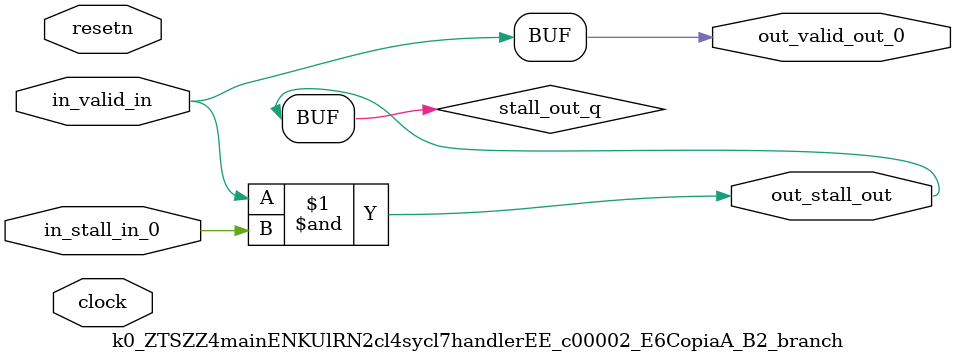
<source format=sv>



(* altera_attribute = "-name AUTO_SHIFT_REGISTER_RECOGNITION OFF; -name MESSAGE_DISABLE 10036; -name MESSAGE_DISABLE 10037; -name MESSAGE_DISABLE 14130; -name MESSAGE_DISABLE 14320; -name MESSAGE_DISABLE 15400; -name MESSAGE_DISABLE 14130; -name MESSAGE_DISABLE 10036; -name MESSAGE_DISABLE 12020; -name MESSAGE_DISABLE 12030; -name MESSAGE_DISABLE 12010; -name MESSAGE_DISABLE 12110; -name MESSAGE_DISABLE 14320; -name MESSAGE_DISABLE 13410; -name MESSAGE_DISABLE 113007; -name MESSAGE_DISABLE 10958" *)
module k0_ZTSZZ4mainENKUlRN2cl4sycl7handlerEE_c00002_E6CopiaA_B2_branch (
    input wire [0:0] in_stall_in_0,
    input wire [0:0] in_valid_in,
    output wire [0:0] out_stall_out,
    output wire [0:0] out_valid_out_0,
    input wire clock,
    input wire resetn
    );

    wire [0:0] stall_out_q;


    // stall_out(LOGICAL,6)
    assign stall_out_q = in_valid_in & in_stall_in_0;

    // out_stall_out(GPOUT,4)
    assign out_stall_out = stall_out_q;

    // out_valid_out_0(GPOUT,5)
    assign out_valid_out_0 = in_valid_in;

endmodule

</source>
